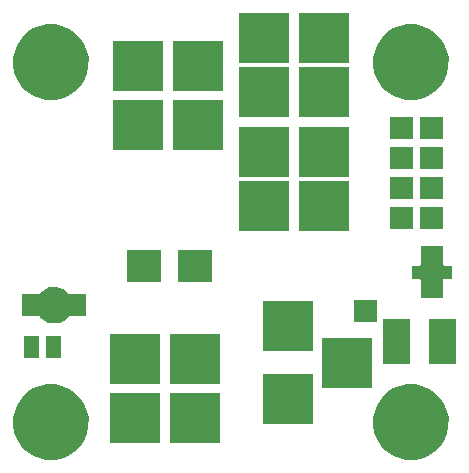
<source format=gbr>
G04 #@! TF.GenerationSoftware,KiCad,Pcbnew,(2017-02-05 revision 431abcf)-makepkg*
G04 #@! TF.CreationDate,2017-06-05T07:49:38+02:00*
G04 #@! TF.ProjectId,UNIPOWER07A,554E49504F5745523037412E6B696361,rev?*
G04 #@! TF.FileFunction,Soldermask,Bot*
G04 #@! TF.FilePolarity,Negative*
%FSLAX46Y46*%
G04 Gerber Fmt 4.6, Leading zero omitted, Abs format (unit mm)*
G04 Created by KiCad (PCBNEW (2017-02-05 revision 431abcf)-makepkg) date 06/05/17 07:49:38*
%MOMM*%
%LPD*%
G01*
G04 APERTURE LIST*
%ADD10C,0.300000*%
G04 APERTURE END LIST*
D10*
G36*
X5416110Y8277872D02*
X6030848Y8151685D01*
X6609363Y7908500D01*
X7129631Y7557574D01*
X7571824Y7112283D01*
X7919105Y6589582D01*
X8158249Y6009378D01*
X8280004Y5394466D01*
X8280004Y5394449D01*
X8280137Y5393776D01*
X8270128Y4676993D01*
X8269977Y4676330D01*
X8269977Y4676306D01*
X8131099Y4065032D01*
X7875851Y3491739D01*
X7514107Y2978933D01*
X7059653Y2546162D01*
X6529787Y2209900D01*
X5944712Y1982964D01*
X5326688Y1873989D01*
X4699273Y1887132D01*
X4086359Y2021890D01*
X3511293Y2273129D01*
X2995980Y2631282D01*
X2560044Y3082706D01*
X2220093Y3610208D01*
X1989075Y4193693D01*
X1875790Y4810936D01*
X1884551Y5438424D01*
X2015027Y6052266D01*
X2262248Y6629075D01*
X2616795Y7146877D01*
X3065163Y7585952D01*
X3590276Y7929576D01*
X4172132Y8164661D01*
X4788571Y8282254D01*
X5416110Y8277872D01*
X5416110Y8277872D01*
G37*
G36*
X35896110Y8277872D02*
X36510848Y8151685D01*
X37089363Y7908500D01*
X37609631Y7557574D01*
X38051824Y7112283D01*
X38399105Y6589582D01*
X38638249Y6009378D01*
X38760004Y5394466D01*
X38760004Y5394449D01*
X38760137Y5393776D01*
X38750128Y4676993D01*
X38749977Y4676330D01*
X38749977Y4676306D01*
X38611099Y4065032D01*
X38355851Y3491739D01*
X37994107Y2978933D01*
X37539653Y2546162D01*
X37009787Y2209900D01*
X36424712Y1982964D01*
X35806688Y1873989D01*
X35179273Y1887132D01*
X34566359Y2021890D01*
X33991293Y2273129D01*
X33475980Y2631282D01*
X33040044Y3082706D01*
X32700093Y3610208D01*
X32469075Y4193693D01*
X32355790Y4810936D01*
X32364551Y5438424D01*
X32495027Y6052266D01*
X32742248Y6629075D01*
X33096795Y7146877D01*
X33545163Y7585952D01*
X34070276Y7929576D01*
X34652132Y8164661D01*
X35268571Y8282254D01*
X35896110Y8277872D01*
X35896110Y8277872D01*
G37*
G36*
X14297000Y3309000D02*
X10087000Y3309000D01*
X10087000Y7519000D01*
X14297000Y7519000D01*
X14297000Y3309000D01*
X14297000Y3309000D01*
G37*
G36*
X19377000Y3309000D02*
X15167000Y3309000D01*
X15167000Y7519000D01*
X19377000Y7519000D01*
X19377000Y3309000D01*
X19377000Y3309000D01*
G37*
G36*
X27251000Y4903000D02*
X23041000Y4903000D01*
X23041000Y9113000D01*
X27251000Y9113000D01*
X27251000Y4903000D01*
X27251000Y4903000D01*
G37*
G36*
X32251000Y8003000D02*
X28041000Y8003000D01*
X28041000Y12213000D01*
X32251000Y12213000D01*
X32251000Y8003000D01*
X32251000Y8003000D01*
G37*
G36*
X19377000Y8309000D02*
X15167000Y8309000D01*
X15167000Y12519000D01*
X19377000Y12519000D01*
X19377000Y8309000D01*
X19377000Y8309000D01*
G37*
G36*
X14297000Y8309000D02*
X10087000Y8309000D01*
X10087000Y12519000D01*
X14297000Y12519000D01*
X14297000Y8309000D01*
X14297000Y8309000D01*
G37*
G36*
X39422000Y10038000D02*
X37122000Y10038000D01*
X37122000Y13838000D01*
X39422000Y13838000D01*
X39422000Y10038000D01*
X39422000Y10038000D01*
G37*
G36*
X35522000Y10038000D02*
X33222000Y10038000D01*
X33222000Y13838000D01*
X35522000Y13838000D01*
X35522000Y10038000D01*
X35522000Y10038000D01*
G37*
G36*
X5978500Y10531500D02*
X4689500Y10531500D01*
X4689500Y12328500D01*
X5978500Y12328500D01*
X5978500Y10531500D01*
X5978500Y10531500D01*
G37*
G36*
X4073500Y10531500D02*
X2784500Y10531500D01*
X2784500Y12328500D01*
X4073500Y12328500D01*
X4073500Y10531500D01*
X4073500Y10531500D01*
G37*
G36*
X27251000Y11103000D02*
X23041000Y11103000D01*
X23041000Y15313000D01*
X27251000Y15313000D01*
X27251000Y11103000D01*
X27251000Y11103000D01*
G37*
G36*
X5528804Y16534971D02*
X5826569Y16473849D01*
X6106786Y16356057D01*
X6358793Y16186077D01*
X6577798Y15965537D01*
X6592908Y15953048D01*
X6610164Y15943746D01*
X6628904Y15937990D01*
X6648755Y15936000D01*
X8091000Y15936000D01*
X8091000Y14036000D01*
X6644620Y14036000D01*
X6625111Y14034079D01*
X6606352Y14028388D01*
X6589063Y14019147D01*
X6573909Y14006711D01*
X6562906Y13993644D01*
X6545023Y13968294D01*
X6324897Y13758671D01*
X6068240Y13595792D01*
X5784848Y13485871D01*
X5485489Y13433085D01*
X5181585Y13439452D01*
X4884704Y13504726D01*
X4606159Y13626418D01*
X4356550Y13799902D01*
X4158039Y14005466D01*
X4143105Y14018165D01*
X4125980Y14027706D01*
X4107323Y14033723D01*
X4086105Y14036000D01*
X2641000Y14036000D01*
X2641000Y15936000D01*
X4085139Y15936000D01*
X4104648Y15937921D01*
X4123407Y15943612D01*
X4140696Y15952853D01*
X4155850Y15965289D01*
X4167650Y15979503D01*
X4172883Y15987146D01*
X4390059Y16199820D01*
X4644417Y16366267D01*
X4926249Y16480135D01*
X5224839Y16537094D01*
X5528804Y16534971D01*
X5528804Y16534971D01*
G37*
G36*
X32712000Y13516000D02*
X30788000Y13516000D01*
X30788000Y15440000D01*
X32712000Y15440000D01*
X32712000Y13516000D01*
X32712000Y13516000D01*
G37*
G36*
X38288000Y18430000D02*
X38289921Y18410491D01*
X38295612Y18391732D01*
X38304853Y18374443D01*
X38317289Y18359289D01*
X38332443Y18346853D01*
X38349732Y18337612D01*
X38368491Y18331921D01*
X38388000Y18330000D01*
X39038000Y18330000D01*
X39038000Y17230000D01*
X38388000Y17230000D01*
X38368491Y17228079D01*
X38349732Y17222388D01*
X38332443Y17213147D01*
X38317289Y17200711D01*
X38304853Y17185557D01*
X38295612Y17168268D01*
X38289921Y17149509D01*
X38288000Y17130000D01*
X38288000Y15580000D01*
X36388000Y15580000D01*
X36388000Y17130000D01*
X36386079Y17149509D01*
X36380388Y17168268D01*
X36371147Y17185557D01*
X36358711Y17200711D01*
X36343557Y17213147D01*
X36326268Y17222388D01*
X36307509Y17228079D01*
X36288000Y17230000D01*
X35638000Y17230000D01*
X35638000Y18330000D01*
X36288000Y18330000D01*
X36307509Y18331921D01*
X36326268Y18337612D01*
X36343557Y18346853D01*
X36358711Y18359289D01*
X36371147Y18374443D01*
X36380388Y18391732D01*
X36386079Y18410491D01*
X36388000Y18430000D01*
X36388000Y19980000D01*
X38288000Y19980000D01*
X38288000Y18430000D01*
X38288000Y18430000D01*
G37*
G36*
X14424000Y16937380D02*
X11524640Y16937380D01*
X11524640Y19638620D01*
X14424000Y19638620D01*
X14424000Y16937380D01*
X14424000Y16937380D01*
G37*
G36*
X18721680Y16937380D02*
X15822320Y16937380D01*
X15822320Y19638620D01*
X18721680Y19638620D01*
X18721680Y16937380D01*
X18721680Y16937380D01*
G37*
G36*
X25231700Y21263000D02*
X21021700Y21263000D01*
X21021700Y25473000D01*
X25231700Y25473000D01*
X25231700Y21263000D01*
X25231700Y21263000D01*
G37*
G36*
X30311700Y21263000D02*
X26101700Y21263000D01*
X26101700Y25473000D01*
X30311700Y25473000D01*
X30311700Y21263000D01*
X30311700Y21263000D01*
G37*
G36*
X35760000Y21390000D02*
X33836000Y21390000D01*
X33836000Y23314000D01*
X35760000Y23314000D01*
X35760000Y21390000D01*
X35760000Y21390000D01*
G37*
G36*
X38300000Y21390000D02*
X36376000Y21390000D01*
X36376000Y23314000D01*
X38300000Y23314000D01*
X38300000Y21390000D01*
X38300000Y21390000D01*
G37*
G36*
X38300000Y23930000D02*
X36376000Y23930000D01*
X36376000Y25854000D01*
X38300000Y25854000D01*
X38300000Y23930000D01*
X38300000Y23930000D01*
G37*
G36*
X35760000Y23930000D02*
X33836000Y23930000D01*
X33836000Y25854000D01*
X35760000Y25854000D01*
X35760000Y23930000D01*
X35760000Y23930000D01*
G37*
G36*
X30299000Y25835000D02*
X26089000Y25835000D01*
X26089000Y30045000D01*
X30299000Y30045000D01*
X30299000Y25835000D01*
X30299000Y25835000D01*
G37*
G36*
X25219000Y25835000D02*
X21009000Y25835000D01*
X21009000Y30045000D01*
X25219000Y30045000D01*
X25219000Y25835000D01*
X25219000Y25835000D01*
G37*
G36*
X38300000Y26470000D02*
X36376000Y26470000D01*
X36376000Y28394000D01*
X38300000Y28394000D01*
X38300000Y26470000D01*
X38300000Y26470000D01*
G37*
G36*
X35760000Y26470000D02*
X33836000Y26470000D01*
X33836000Y28394000D01*
X35760000Y28394000D01*
X35760000Y26470000D01*
X35760000Y26470000D01*
G37*
G36*
X14551000Y28121000D02*
X10341000Y28121000D01*
X10341000Y32331000D01*
X14551000Y32331000D01*
X14551000Y28121000D01*
X14551000Y28121000D01*
G37*
G36*
X19631000Y28121000D02*
X15421000Y28121000D01*
X15421000Y32331000D01*
X19631000Y32331000D01*
X19631000Y28121000D01*
X19631000Y28121000D01*
G37*
G36*
X38300000Y29010000D02*
X36376000Y29010000D01*
X36376000Y30934000D01*
X38300000Y30934000D01*
X38300000Y29010000D01*
X38300000Y29010000D01*
G37*
G36*
X35760000Y29010000D02*
X33836000Y29010000D01*
X33836000Y30934000D01*
X35760000Y30934000D01*
X35760000Y29010000D01*
X35760000Y29010000D01*
G37*
G36*
X25231700Y30915000D02*
X21021700Y30915000D01*
X21021700Y35125000D01*
X25231700Y35125000D01*
X25231700Y30915000D01*
X25231700Y30915000D01*
G37*
G36*
X30311700Y30915000D02*
X26101700Y30915000D01*
X26101700Y35125000D01*
X30311700Y35125000D01*
X30311700Y30915000D01*
X30311700Y30915000D01*
G37*
G36*
X5416110Y38757872D02*
X6030848Y38631685D01*
X6609363Y38388500D01*
X7129631Y38037574D01*
X7571824Y37592283D01*
X7919105Y37069582D01*
X8158249Y36489378D01*
X8280004Y35874466D01*
X8280004Y35874449D01*
X8280137Y35873776D01*
X8270128Y35156993D01*
X8269977Y35156330D01*
X8269977Y35156306D01*
X8131099Y34545032D01*
X7875851Y33971739D01*
X7514107Y33458933D01*
X7059653Y33026162D01*
X6529787Y32689900D01*
X5944712Y32462964D01*
X5326688Y32353989D01*
X4699273Y32367132D01*
X4086359Y32501890D01*
X3511293Y32753129D01*
X2995980Y33111282D01*
X2560044Y33562706D01*
X2220093Y34090208D01*
X1989075Y34673693D01*
X1875790Y35290936D01*
X1884551Y35918424D01*
X2015027Y36532266D01*
X2262248Y37109075D01*
X2616795Y37626877D01*
X3065163Y38065952D01*
X3590276Y38409576D01*
X4172132Y38644661D01*
X4788571Y38762254D01*
X5416110Y38757872D01*
X5416110Y38757872D01*
G37*
G36*
X35896110Y38757872D02*
X36510848Y38631685D01*
X37089363Y38388500D01*
X37609631Y38037574D01*
X38051824Y37592283D01*
X38399105Y37069582D01*
X38638249Y36489378D01*
X38760004Y35874466D01*
X38760004Y35874449D01*
X38760137Y35873776D01*
X38750128Y35156993D01*
X38749977Y35156330D01*
X38749977Y35156306D01*
X38611099Y34545032D01*
X38355851Y33971739D01*
X37994107Y33458933D01*
X37539653Y33026162D01*
X37009787Y32689900D01*
X36424712Y32462964D01*
X35806688Y32353989D01*
X35179273Y32367132D01*
X34566359Y32501890D01*
X33991293Y32753129D01*
X33475980Y33111282D01*
X33040044Y33562706D01*
X32700093Y34090208D01*
X32469075Y34673693D01*
X32355790Y35290936D01*
X32364551Y35918424D01*
X32495027Y36532266D01*
X32742248Y37109075D01*
X33096795Y37626877D01*
X33545163Y38065952D01*
X34070276Y38409576D01*
X34652132Y38644661D01*
X35268571Y38762254D01*
X35896110Y38757872D01*
X35896110Y38757872D01*
G37*
G36*
X14551000Y33121000D02*
X10341000Y33121000D01*
X10341000Y37331000D01*
X14551000Y37331000D01*
X14551000Y33121000D01*
X14551000Y33121000D01*
G37*
G36*
X19631000Y33121000D02*
X15421000Y33121000D01*
X15421000Y37331000D01*
X19631000Y37331000D01*
X19631000Y33121000D01*
X19631000Y33121000D01*
G37*
G36*
X25219000Y35487000D02*
X21009000Y35487000D01*
X21009000Y39697000D01*
X25219000Y39697000D01*
X25219000Y35487000D01*
X25219000Y35487000D01*
G37*
G36*
X30299000Y35487000D02*
X26089000Y35487000D01*
X26089000Y39697000D01*
X30299000Y39697000D01*
X30299000Y35487000D01*
X30299000Y35487000D01*
G37*
M02*

</source>
